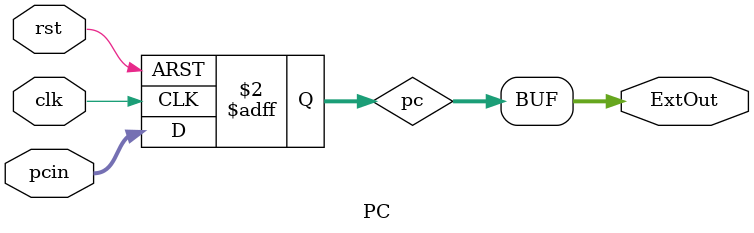
<source format=v>
`timescale 1ns / 1ps


module PC(
    input clk,
    input rst,
    input [31:0]pcin,
    output [31:0]ExtOut
    );
    reg [31:0]pc;
    
    assign ExtOut = pc;
    always@(posedge clk or posedge rst)
    begin
        if(rst) pc = 0;
        else pc = pcin;
    end
endmodule

</source>
